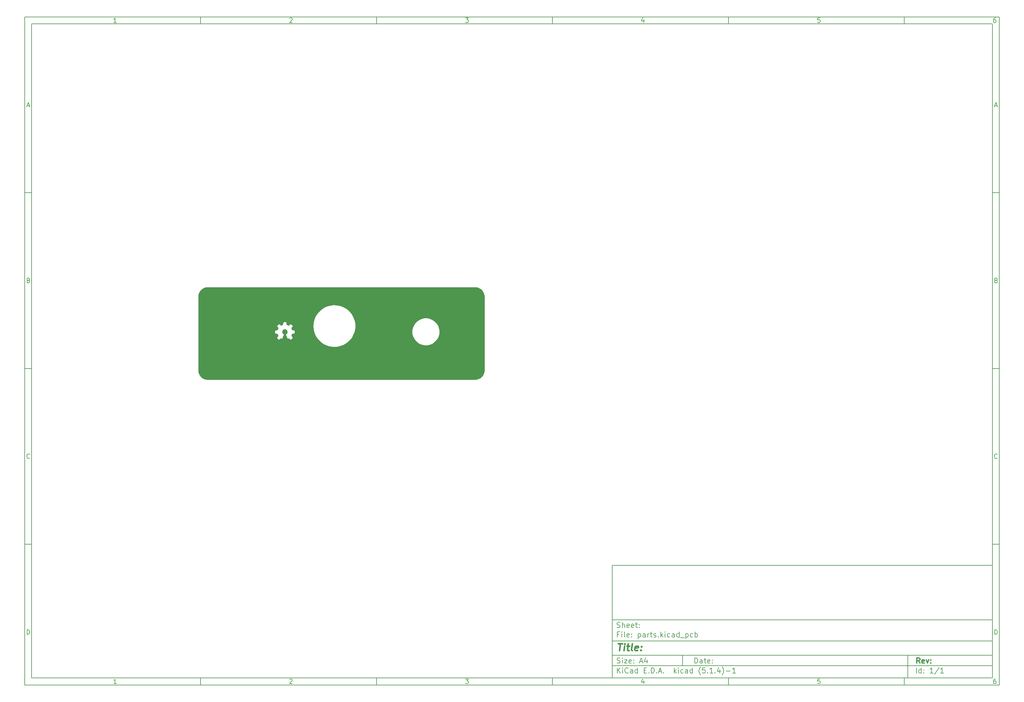
<source format=gbl>
G04 #@! TF.GenerationSoftware,KiCad,Pcbnew,(5.1.4)-1*
G04 #@! TF.CreationDate,2020-02-22T21:07:06+08:00*
G04 #@! TF.ProjectId,parts,70617274-732e-46b6-9963-61645f706362,rev?*
G04 #@! TF.SameCoordinates,Original*
G04 #@! TF.FileFunction,Copper,L2,Bot*
G04 #@! TF.FilePolarity,Positive*
%FSLAX46Y46*%
G04 Gerber Fmt 4.6, Leading zero omitted, Abs format (unit mm)*
G04 Created by KiCad (PCBNEW (5.1.4)-1) date 2020-02-22 21:07:06*
%MOMM*%
%LPD*%
G04 APERTURE LIST*
%ADD10C,0.150000*%
%ADD11C,0.300000*%
%ADD12C,0.400000*%
%ADD13O,2.500000X1.500000*%
%ADD14C,0.600000*%
%ADD15C,4.560000*%
%ADD16C,0.250000*%
%ADD17C,0.800000*%
%ADD18C,0.600000*%
%ADD19C,0.254000*%
G04 APERTURE END LIST*
D10*
X177002200Y-166007200D02*
X177002200Y-198007200D01*
X285002200Y-198007200D01*
X285002200Y-166007200D01*
X177002200Y-166007200D01*
X10000000Y-10000000D02*
X10000000Y-200007200D01*
X287002200Y-200007200D01*
X287002200Y-10000000D01*
X10000000Y-10000000D01*
X12000000Y-12000000D02*
X12000000Y-198007200D01*
X285002200Y-198007200D01*
X285002200Y-12000000D01*
X12000000Y-12000000D01*
X60000000Y-12000000D02*
X60000000Y-10000000D01*
X110000000Y-12000000D02*
X110000000Y-10000000D01*
X160000000Y-12000000D02*
X160000000Y-10000000D01*
X210000000Y-12000000D02*
X210000000Y-10000000D01*
X260000000Y-12000000D02*
X260000000Y-10000000D01*
X36065476Y-11588095D02*
X35322619Y-11588095D01*
X35694047Y-11588095D02*
X35694047Y-10288095D01*
X35570238Y-10473809D01*
X35446428Y-10597619D01*
X35322619Y-10659523D01*
X85322619Y-10411904D02*
X85384523Y-10350000D01*
X85508333Y-10288095D01*
X85817857Y-10288095D01*
X85941666Y-10350000D01*
X86003571Y-10411904D01*
X86065476Y-10535714D01*
X86065476Y-10659523D01*
X86003571Y-10845238D01*
X85260714Y-11588095D01*
X86065476Y-11588095D01*
X135260714Y-10288095D02*
X136065476Y-10288095D01*
X135632142Y-10783333D01*
X135817857Y-10783333D01*
X135941666Y-10845238D01*
X136003571Y-10907142D01*
X136065476Y-11030952D01*
X136065476Y-11340476D01*
X136003571Y-11464285D01*
X135941666Y-11526190D01*
X135817857Y-11588095D01*
X135446428Y-11588095D01*
X135322619Y-11526190D01*
X135260714Y-11464285D01*
X185941666Y-10721428D02*
X185941666Y-11588095D01*
X185632142Y-10226190D02*
X185322619Y-11154761D01*
X186127380Y-11154761D01*
X236003571Y-10288095D02*
X235384523Y-10288095D01*
X235322619Y-10907142D01*
X235384523Y-10845238D01*
X235508333Y-10783333D01*
X235817857Y-10783333D01*
X235941666Y-10845238D01*
X236003571Y-10907142D01*
X236065476Y-11030952D01*
X236065476Y-11340476D01*
X236003571Y-11464285D01*
X235941666Y-11526190D01*
X235817857Y-11588095D01*
X235508333Y-11588095D01*
X235384523Y-11526190D01*
X235322619Y-11464285D01*
X285941666Y-10288095D02*
X285694047Y-10288095D01*
X285570238Y-10350000D01*
X285508333Y-10411904D01*
X285384523Y-10597619D01*
X285322619Y-10845238D01*
X285322619Y-11340476D01*
X285384523Y-11464285D01*
X285446428Y-11526190D01*
X285570238Y-11588095D01*
X285817857Y-11588095D01*
X285941666Y-11526190D01*
X286003571Y-11464285D01*
X286065476Y-11340476D01*
X286065476Y-11030952D01*
X286003571Y-10907142D01*
X285941666Y-10845238D01*
X285817857Y-10783333D01*
X285570238Y-10783333D01*
X285446428Y-10845238D01*
X285384523Y-10907142D01*
X285322619Y-11030952D01*
X60000000Y-198007200D02*
X60000000Y-200007200D01*
X110000000Y-198007200D02*
X110000000Y-200007200D01*
X160000000Y-198007200D02*
X160000000Y-200007200D01*
X210000000Y-198007200D02*
X210000000Y-200007200D01*
X260000000Y-198007200D02*
X260000000Y-200007200D01*
X36065476Y-199595295D02*
X35322619Y-199595295D01*
X35694047Y-199595295D02*
X35694047Y-198295295D01*
X35570238Y-198481009D01*
X35446428Y-198604819D01*
X35322619Y-198666723D01*
X85322619Y-198419104D02*
X85384523Y-198357200D01*
X85508333Y-198295295D01*
X85817857Y-198295295D01*
X85941666Y-198357200D01*
X86003571Y-198419104D01*
X86065476Y-198542914D01*
X86065476Y-198666723D01*
X86003571Y-198852438D01*
X85260714Y-199595295D01*
X86065476Y-199595295D01*
X135260714Y-198295295D02*
X136065476Y-198295295D01*
X135632142Y-198790533D01*
X135817857Y-198790533D01*
X135941666Y-198852438D01*
X136003571Y-198914342D01*
X136065476Y-199038152D01*
X136065476Y-199347676D01*
X136003571Y-199471485D01*
X135941666Y-199533390D01*
X135817857Y-199595295D01*
X135446428Y-199595295D01*
X135322619Y-199533390D01*
X135260714Y-199471485D01*
X185941666Y-198728628D02*
X185941666Y-199595295D01*
X185632142Y-198233390D02*
X185322619Y-199161961D01*
X186127380Y-199161961D01*
X236003571Y-198295295D02*
X235384523Y-198295295D01*
X235322619Y-198914342D01*
X235384523Y-198852438D01*
X235508333Y-198790533D01*
X235817857Y-198790533D01*
X235941666Y-198852438D01*
X236003571Y-198914342D01*
X236065476Y-199038152D01*
X236065476Y-199347676D01*
X236003571Y-199471485D01*
X235941666Y-199533390D01*
X235817857Y-199595295D01*
X235508333Y-199595295D01*
X235384523Y-199533390D01*
X235322619Y-199471485D01*
X285941666Y-198295295D02*
X285694047Y-198295295D01*
X285570238Y-198357200D01*
X285508333Y-198419104D01*
X285384523Y-198604819D01*
X285322619Y-198852438D01*
X285322619Y-199347676D01*
X285384523Y-199471485D01*
X285446428Y-199533390D01*
X285570238Y-199595295D01*
X285817857Y-199595295D01*
X285941666Y-199533390D01*
X286003571Y-199471485D01*
X286065476Y-199347676D01*
X286065476Y-199038152D01*
X286003571Y-198914342D01*
X285941666Y-198852438D01*
X285817857Y-198790533D01*
X285570238Y-198790533D01*
X285446428Y-198852438D01*
X285384523Y-198914342D01*
X285322619Y-199038152D01*
X10000000Y-60000000D02*
X12000000Y-60000000D01*
X10000000Y-110000000D02*
X12000000Y-110000000D01*
X10000000Y-160000000D02*
X12000000Y-160000000D01*
X10690476Y-35216666D02*
X11309523Y-35216666D01*
X10566666Y-35588095D02*
X11000000Y-34288095D01*
X11433333Y-35588095D01*
X11092857Y-84907142D02*
X11278571Y-84969047D01*
X11340476Y-85030952D01*
X11402380Y-85154761D01*
X11402380Y-85340476D01*
X11340476Y-85464285D01*
X11278571Y-85526190D01*
X11154761Y-85588095D01*
X10659523Y-85588095D01*
X10659523Y-84288095D01*
X11092857Y-84288095D01*
X11216666Y-84350000D01*
X11278571Y-84411904D01*
X11340476Y-84535714D01*
X11340476Y-84659523D01*
X11278571Y-84783333D01*
X11216666Y-84845238D01*
X11092857Y-84907142D01*
X10659523Y-84907142D01*
X11402380Y-135464285D02*
X11340476Y-135526190D01*
X11154761Y-135588095D01*
X11030952Y-135588095D01*
X10845238Y-135526190D01*
X10721428Y-135402380D01*
X10659523Y-135278571D01*
X10597619Y-135030952D01*
X10597619Y-134845238D01*
X10659523Y-134597619D01*
X10721428Y-134473809D01*
X10845238Y-134350000D01*
X11030952Y-134288095D01*
X11154761Y-134288095D01*
X11340476Y-134350000D01*
X11402380Y-134411904D01*
X10659523Y-185588095D02*
X10659523Y-184288095D01*
X10969047Y-184288095D01*
X11154761Y-184350000D01*
X11278571Y-184473809D01*
X11340476Y-184597619D01*
X11402380Y-184845238D01*
X11402380Y-185030952D01*
X11340476Y-185278571D01*
X11278571Y-185402380D01*
X11154761Y-185526190D01*
X10969047Y-185588095D01*
X10659523Y-185588095D01*
X287002200Y-60000000D02*
X285002200Y-60000000D01*
X287002200Y-110000000D02*
X285002200Y-110000000D01*
X287002200Y-160000000D02*
X285002200Y-160000000D01*
X285692676Y-35216666D02*
X286311723Y-35216666D01*
X285568866Y-35588095D02*
X286002200Y-34288095D01*
X286435533Y-35588095D01*
X286095057Y-84907142D02*
X286280771Y-84969047D01*
X286342676Y-85030952D01*
X286404580Y-85154761D01*
X286404580Y-85340476D01*
X286342676Y-85464285D01*
X286280771Y-85526190D01*
X286156961Y-85588095D01*
X285661723Y-85588095D01*
X285661723Y-84288095D01*
X286095057Y-84288095D01*
X286218866Y-84350000D01*
X286280771Y-84411904D01*
X286342676Y-84535714D01*
X286342676Y-84659523D01*
X286280771Y-84783333D01*
X286218866Y-84845238D01*
X286095057Y-84907142D01*
X285661723Y-84907142D01*
X286404580Y-135464285D02*
X286342676Y-135526190D01*
X286156961Y-135588095D01*
X286033152Y-135588095D01*
X285847438Y-135526190D01*
X285723628Y-135402380D01*
X285661723Y-135278571D01*
X285599819Y-135030952D01*
X285599819Y-134845238D01*
X285661723Y-134597619D01*
X285723628Y-134473809D01*
X285847438Y-134350000D01*
X286033152Y-134288095D01*
X286156961Y-134288095D01*
X286342676Y-134350000D01*
X286404580Y-134411904D01*
X285661723Y-185588095D02*
X285661723Y-184288095D01*
X285971247Y-184288095D01*
X286156961Y-184350000D01*
X286280771Y-184473809D01*
X286342676Y-184597619D01*
X286404580Y-184845238D01*
X286404580Y-185030952D01*
X286342676Y-185278571D01*
X286280771Y-185402380D01*
X286156961Y-185526190D01*
X285971247Y-185588095D01*
X285661723Y-185588095D01*
X200434342Y-193785771D02*
X200434342Y-192285771D01*
X200791485Y-192285771D01*
X201005771Y-192357200D01*
X201148628Y-192500057D01*
X201220057Y-192642914D01*
X201291485Y-192928628D01*
X201291485Y-193142914D01*
X201220057Y-193428628D01*
X201148628Y-193571485D01*
X201005771Y-193714342D01*
X200791485Y-193785771D01*
X200434342Y-193785771D01*
X202577200Y-193785771D02*
X202577200Y-193000057D01*
X202505771Y-192857200D01*
X202362914Y-192785771D01*
X202077200Y-192785771D01*
X201934342Y-192857200D01*
X202577200Y-193714342D02*
X202434342Y-193785771D01*
X202077200Y-193785771D01*
X201934342Y-193714342D01*
X201862914Y-193571485D01*
X201862914Y-193428628D01*
X201934342Y-193285771D01*
X202077200Y-193214342D01*
X202434342Y-193214342D01*
X202577200Y-193142914D01*
X203077200Y-192785771D02*
X203648628Y-192785771D01*
X203291485Y-192285771D02*
X203291485Y-193571485D01*
X203362914Y-193714342D01*
X203505771Y-193785771D01*
X203648628Y-193785771D01*
X204720057Y-193714342D02*
X204577200Y-193785771D01*
X204291485Y-193785771D01*
X204148628Y-193714342D01*
X204077200Y-193571485D01*
X204077200Y-193000057D01*
X204148628Y-192857200D01*
X204291485Y-192785771D01*
X204577200Y-192785771D01*
X204720057Y-192857200D01*
X204791485Y-193000057D01*
X204791485Y-193142914D01*
X204077200Y-193285771D01*
X205434342Y-193642914D02*
X205505771Y-193714342D01*
X205434342Y-193785771D01*
X205362914Y-193714342D01*
X205434342Y-193642914D01*
X205434342Y-193785771D01*
X205434342Y-192857200D02*
X205505771Y-192928628D01*
X205434342Y-193000057D01*
X205362914Y-192928628D01*
X205434342Y-192857200D01*
X205434342Y-193000057D01*
X177002200Y-194507200D02*
X285002200Y-194507200D01*
X178434342Y-196585771D02*
X178434342Y-195085771D01*
X179291485Y-196585771D02*
X178648628Y-195728628D01*
X179291485Y-195085771D02*
X178434342Y-195942914D01*
X179934342Y-196585771D02*
X179934342Y-195585771D01*
X179934342Y-195085771D02*
X179862914Y-195157200D01*
X179934342Y-195228628D01*
X180005771Y-195157200D01*
X179934342Y-195085771D01*
X179934342Y-195228628D01*
X181505771Y-196442914D02*
X181434342Y-196514342D01*
X181220057Y-196585771D01*
X181077200Y-196585771D01*
X180862914Y-196514342D01*
X180720057Y-196371485D01*
X180648628Y-196228628D01*
X180577200Y-195942914D01*
X180577200Y-195728628D01*
X180648628Y-195442914D01*
X180720057Y-195300057D01*
X180862914Y-195157200D01*
X181077200Y-195085771D01*
X181220057Y-195085771D01*
X181434342Y-195157200D01*
X181505771Y-195228628D01*
X182791485Y-196585771D02*
X182791485Y-195800057D01*
X182720057Y-195657200D01*
X182577200Y-195585771D01*
X182291485Y-195585771D01*
X182148628Y-195657200D01*
X182791485Y-196514342D02*
X182648628Y-196585771D01*
X182291485Y-196585771D01*
X182148628Y-196514342D01*
X182077200Y-196371485D01*
X182077200Y-196228628D01*
X182148628Y-196085771D01*
X182291485Y-196014342D01*
X182648628Y-196014342D01*
X182791485Y-195942914D01*
X184148628Y-196585771D02*
X184148628Y-195085771D01*
X184148628Y-196514342D02*
X184005771Y-196585771D01*
X183720057Y-196585771D01*
X183577200Y-196514342D01*
X183505771Y-196442914D01*
X183434342Y-196300057D01*
X183434342Y-195871485D01*
X183505771Y-195728628D01*
X183577200Y-195657200D01*
X183720057Y-195585771D01*
X184005771Y-195585771D01*
X184148628Y-195657200D01*
X186005771Y-195800057D02*
X186505771Y-195800057D01*
X186720057Y-196585771D02*
X186005771Y-196585771D01*
X186005771Y-195085771D01*
X186720057Y-195085771D01*
X187362914Y-196442914D02*
X187434342Y-196514342D01*
X187362914Y-196585771D01*
X187291485Y-196514342D01*
X187362914Y-196442914D01*
X187362914Y-196585771D01*
X188077200Y-196585771D02*
X188077200Y-195085771D01*
X188434342Y-195085771D01*
X188648628Y-195157200D01*
X188791485Y-195300057D01*
X188862914Y-195442914D01*
X188934342Y-195728628D01*
X188934342Y-195942914D01*
X188862914Y-196228628D01*
X188791485Y-196371485D01*
X188648628Y-196514342D01*
X188434342Y-196585771D01*
X188077200Y-196585771D01*
X189577200Y-196442914D02*
X189648628Y-196514342D01*
X189577200Y-196585771D01*
X189505771Y-196514342D01*
X189577200Y-196442914D01*
X189577200Y-196585771D01*
X190220057Y-196157200D02*
X190934342Y-196157200D01*
X190077200Y-196585771D02*
X190577200Y-195085771D01*
X191077200Y-196585771D01*
X191577200Y-196442914D02*
X191648628Y-196514342D01*
X191577200Y-196585771D01*
X191505771Y-196514342D01*
X191577200Y-196442914D01*
X191577200Y-196585771D01*
X194577200Y-196585771D02*
X194577200Y-195085771D01*
X194720057Y-196014342D02*
X195148628Y-196585771D01*
X195148628Y-195585771D02*
X194577200Y-196157200D01*
X195791485Y-196585771D02*
X195791485Y-195585771D01*
X195791485Y-195085771D02*
X195720057Y-195157200D01*
X195791485Y-195228628D01*
X195862914Y-195157200D01*
X195791485Y-195085771D01*
X195791485Y-195228628D01*
X197148628Y-196514342D02*
X197005771Y-196585771D01*
X196720057Y-196585771D01*
X196577200Y-196514342D01*
X196505771Y-196442914D01*
X196434342Y-196300057D01*
X196434342Y-195871485D01*
X196505771Y-195728628D01*
X196577200Y-195657200D01*
X196720057Y-195585771D01*
X197005771Y-195585771D01*
X197148628Y-195657200D01*
X198434342Y-196585771D02*
X198434342Y-195800057D01*
X198362914Y-195657200D01*
X198220057Y-195585771D01*
X197934342Y-195585771D01*
X197791485Y-195657200D01*
X198434342Y-196514342D02*
X198291485Y-196585771D01*
X197934342Y-196585771D01*
X197791485Y-196514342D01*
X197720057Y-196371485D01*
X197720057Y-196228628D01*
X197791485Y-196085771D01*
X197934342Y-196014342D01*
X198291485Y-196014342D01*
X198434342Y-195942914D01*
X199791485Y-196585771D02*
X199791485Y-195085771D01*
X199791485Y-196514342D02*
X199648628Y-196585771D01*
X199362914Y-196585771D01*
X199220057Y-196514342D01*
X199148628Y-196442914D01*
X199077200Y-196300057D01*
X199077200Y-195871485D01*
X199148628Y-195728628D01*
X199220057Y-195657200D01*
X199362914Y-195585771D01*
X199648628Y-195585771D01*
X199791485Y-195657200D01*
X202077200Y-197157200D02*
X202005771Y-197085771D01*
X201862914Y-196871485D01*
X201791485Y-196728628D01*
X201720057Y-196514342D01*
X201648628Y-196157200D01*
X201648628Y-195871485D01*
X201720057Y-195514342D01*
X201791485Y-195300057D01*
X201862914Y-195157200D01*
X202005771Y-194942914D01*
X202077200Y-194871485D01*
X203362914Y-195085771D02*
X202648628Y-195085771D01*
X202577200Y-195800057D01*
X202648628Y-195728628D01*
X202791485Y-195657200D01*
X203148628Y-195657200D01*
X203291485Y-195728628D01*
X203362914Y-195800057D01*
X203434342Y-195942914D01*
X203434342Y-196300057D01*
X203362914Y-196442914D01*
X203291485Y-196514342D01*
X203148628Y-196585771D01*
X202791485Y-196585771D01*
X202648628Y-196514342D01*
X202577200Y-196442914D01*
X204077200Y-196442914D02*
X204148628Y-196514342D01*
X204077200Y-196585771D01*
X204005771Y-196514342D01*
X204077200Y-196442914D01*
X204077200Y-196585771D01*
X205577200Y-196585771D02*
X204720057Y-196585771D01*
X205148628Y-196585771D02*
X205148628Y-195085771D01*
X205005771Y-195300057D01*
X204862914Y-195442914D01*
X204720057Y-195514342D01*
X206220057Y-196442914D02*
X206291485Y-196514342D01*
X206220057Y-196585771D01*
X206148628Y-196514342D01*
X206220057Y-196442914D01*
X206220057Y-196585771D01*
X207577200Y-195585771D02*
X207577200Y-196585771D01*
X207220057Y-195014342D02*
X206862914Y-196085771D01*
X207791485Y-196085771D01*
X208220057Y-197157200D02*
X208291485Y-197085771D01*
X208434342Y-196871485D01*
X208505771Y-196728628D01*
X208577200Y-196514342D01*
X208648628Y-196157200D01*
X208648628Y-195871485D01*
X208577200Y-195514342D01*
X208505771Y-195300057D01*
X208434342Y-195157200D01*
X208291485Y-194942914D01*
X208220057Y-194871485D01*
X209362914Y-196014342D02*
X210505771Y-196014342D01*
X212005771Y-196585771D02*
X211148628Y-196585771D01*
X211577200Y-196585771D02*
X211577200Y-195085771D01*
X211434342Y-195300057D01*
X211291485Y-195442914D01*
X211148628Y-195514342D01*
X177002200Y-191507200D02*
X285002200Y-191507200D01*
D11*
X264411485Y-193785771D02*
X263911485Y-193071485D01*
X263554342Y-193785771D02*
X263554342Y-192285771D01*
X264125771Y-192285771D01*
X264268628Y-192357200D01*
X264340057Y-192428628D01*
X264411485Y-192571485D01*
X264411485Y-192785771D01*
X264340057Y-192928628D01*
X264268628Y-193000057D01*
X264125771Y-193071485D01*
X263554342Y-193071485D01*
X265625771Y-193714342D02*
X265482914Y-193785771D01*
X265197200Y-193785771D01*
X265054342Y-193714342D01*
X264982914Y-193571485D01*
X264982914Y-193000057D01*
X265054342Y-192857200D01*
X265197200Y-192785771D01*
X265482914Y-192785771D01*
X265625771Y-192857200D01*
X265697200Y-193000057D01*
X265697200Y-193142914D01*
X264982914Y-193285771D01*
X266197200Y-192785771D02*
X266554342Y-193785771D01*
X266911485Y-192785771D01*
X267482914Y-193642914D02*
X267554342Y-193714342D01*
X267482914Y-193785771D01*
X267411485Y-193714342D01*
X267482914Y-193642914D01*
X267482914Y-193785771D01*
X267482914Y-192857200D02*
X267554342Y-192928628D01*
X267482914Y-193000057D01*
X267411485Y-192928628D01*
X267482914Y-192857200D01*
X267482914Y-193000057D01*
D10*
X178362914Y-193714342D02*
X178577200Y-193785771D01*
X178934342Y-193785771D01*
X179077200Y-193714342D01*
X179148628Y-193642914D01*
X179220057Y-193500057D01*
X179220057Y-193357200D01*
X179148628Y-193214342D01*
X179077200Y-193142914D01*
X178934342Y-193071485D01*
X178648628Y-193000057D01*
X178505771Y-192928628D01*
X178434342Y-192857200D01*
X178362914Y-192714342D01*
X178362914Y-192571485D01*
X178434342Y-192428628D01*
X178505771Y-192357200D01*
X178648628Y-192285771D01*
X179005771Y-192285771D01*
X179220057Y-192357200D01*
X179862914Y-193785771D02*
X179862914Y-192785771D01*
X179862914Y-192285771D02*
X179791485Y-192357200D01*
X179862914Y-192428628D01*
X179934342Y-192357200D01*
X179862914Y-192285771D01*
X179862914Y-192428628D01*
X180434342Y-192785771D02*
X181220057Y-192785771D01*
X180434342Y-193785771D01*
X181220057Y-193785771D01*
X182362914Y-193714342D02*
X182220057Y-193785771D01*
X181934342Y-193785771D01*
X181791485Y-193714342D01*
X181720057Y-193571485D01*
X181720057Y-193000057D01*
X181791485Y-192857200D01*
X181934342Y-192785771D01*
X182220057Y-192785771D01*
X182362914Y-192857200D01*
X182434342Y-193000057D01*
X182434342Y-193142914D01*
X181720057Y-193285771D01*
X183077200Y-193642914D02*
X183148628Y-193714342D01*
X183077200Y-193785771D01*
X183005771Y-193714342D01*
X183077200Y-193642914D01*
X183077200Y-193785771D01*
X183077200Y-192857200D02*
X183148628Y-192928628D01*
X183077200Y-193000057D01*
X183005771Y-192928628D01*
X183077200Y-192857200D01*
X183077200Y-193000057D01*
X184862914Y-193357200D02*
X185577200Y-193357200D01*
X184720057Y-193785771D02*
X185220057Y-192285771D01*
X185720057Y-193785771D01*
X186862914Y-192785771D02*
X186862914Y-193785771D01*
X186505771Y-192214342D02*
X186148628Y-193285771D01*
X187077200Y-193285771D01*
X263434342Y-196585771D02*
X263434342Y-195085771D01*
X264791485Y-196585771D02*
X264791485Y-195085771D01*
X264791485Y-196514342D02*
X264648628Y-196585771D01*
X264362914Y-196585771D01*
X264220057Y-196514342D01*
X264148628Y-196442914D01*
X264077200Y-196300057D01*
X264077200Y-195871485D01*
X264148628Y-195728628D01*
X264220057Y-195657200D01*
X264362914Y-195585771D01*
X264648628Y-195585771D01*
X264791485Y-195657200D01*
X265505771Y-196442914D02*
X265577200Y-196514342D01*
X265505771Y-196585771D01*
X265434342Y-196514342D01*
X265505771Y-196442914D01*
X265505771Y-196585771D01*
X265505771Y-195657200D02*
X265577200Y-195728628D01*
X265505771Y-195800057D01*
X265434342Y-195728628D01*
X265505771Y-195657200D01*
X265505771Y-195800057D01*
X268148628Y-196585771D02*
X267291485Y-196585771D01*
X267720057Y-196585771D02*
X267720057Y-195085771D01*
X267577200Y-195300057D01*
X267434342Y-195442914D01*
X267291485Y-195514342D01*
X269862914Y-195014342D02*
X268577200Y-196942914D01*
X271148628Y-196585771D02*
X270291485Y-196585771D01*
X270720057Y-196585771D02*
X270720057Y-195085771D01*
X270577200Y-195300057D01*
X270434342Y-195442914D01*
X270291485Y-195514342D01*
X177002200Y-187507200D02*
X285002200Y-187507200D01*
D12*
X178714580Y-188211961D02*
X179857438Y-188211961D01*
X179036009Y-190211961D02*
X179286009Y-188211961D01*
X180274104Y-190211961D02*
X180440771Y-188878628D01*
X180524104Y-188211961D02*
X180416961Y-188307200D01*
X180500295Y-188402438D01*
X180607438Y-188307200D01*
X180524104Y-188211961D01*
X180500295Y-188402438D01*
X181107438Y-188878628D02*
X181869342Y-188878628D01*
X181476485Y-188211961D02*
X181262200Y-189926247D01*
X181333628Y-190116723D01*
X181512200Y-190211961D01*
X181702676Y-190211961D01*
X182655057Y-190211961D02*
X182476485Y-190116723D01*
X182405057Y-189926247D01*
X182619342Y-188211961D01*
X184190771Y-190116723D02*
X183988390Y-190211961D01*
X183607438Y-190211961D01*
X183428866Y-190116723D01*
X183357438Y-189926247D01*
X183452676Y-189164342D01*
X183571723Y-188973866D01*
X183774104Y-188878628D01*
X184155057Y-188878628D01*
X184333628Y-188973866D01*
X184405057Y-189164342D01*
X184381247Y-189354819D01*
X183405057Y-189545295D01*
X185155057Y-190021485D02*
X185238390Y-190116723D01*
X185131247Y-190211961D01*
X185047914Y-190116723D01*
X185155057Y-190021485D01*
X185131247Y-190211961D01*
X185286009Y-188973866D02*
X185369342Y-189069104D01*
X185262200Y-189164342D01*
X185178866Y-189069104D01*
X185286009Y-188973866D01*
X185262200Y-189164342D01*
D10*
X178934342Y-185600057D02*
X178434342Y-185600057D01*
X178434342Y-186385771D02*
X178434342Y-184885771D01*
X179148628Y-184885771D01*
X179720057Y-186385771D02*
X179720057Y-185385771D01*
X179720057Y-184885771D02*
X179648628Y-184957200D01*
X179720057Y-185028628D01*
X179791485Y-184957200D01*
X179720057Y-184885771D01*
X179720057Y-185028628D01*
X180648628Y-186385771D02*
X180505771Y-186314342D01*
X180434342Y-186171485D01*
X180434342Y-184885771D01*
X181791485Y-186314342D02*
X181648628Y-186385771D01*
X181362914Y-186385771D01*
X181220057Y-186314342D01*
X181148628Y-186171485D01*
X181148628Y-185600057D01*
X181220057Y-185457200D01*
X181362914Y-185385771D01*
X181648628Y-185385771D01*
X181791485Y-185457200D01*
X181862914Y-185600057D01*
X181862914Y-185742914D01*
X181148628Y-185885771D01*
X182505771Y-186242914D02*
X182577200Y-186314342D01*
X182505771Y-186385771D01*
X182434342Y-186314342D01*
X182505771Y-186242914D01*
X182505771Y-186385771D01*
X182505771Y-185457200D02*
X182577200Y-185528628D01*
X182505771Y-185600057D01*
X182434342Y-185528628D01*
X182505771Y-185457200D01*
X182505771Y-185600057D01*
X184362914Y-185385771D02*
X184362914Y-186885771D01*
X184362914Y-185457200D02*
X184505771Y-185385771D01*
X184791485Y-185385771D01*
X184934342Y-185457200D01*
X185005771Y-185528628D01*
X185077200Y-185671485D01*
X185077200Y-186100057D01*
X185005771Y-186242914D01*
X184934342Y-186314342D01*
X184791485Y-186385771D01*
X184505771Y-186385771D01*
X184362914Y-186314342D01*
X186362914Y-186385771D02*
X186362914Y-185600057D01*
X186291485Y-185457200D01*
X186148628Y-185385771D01*
X185862914Y-185385771D01*
X185720057Y-185457200D01*
X186362914Y-186314342D02*
X186220057Y-186385771D01*
X185862914Y-186385771D01*
X185720057Y-186314342D01*
X185648628Y-186171485D01*
X185648628Y-186028628D01*
X185720057Y-185885771D01*
X185862914Y-185814342D01*
X186220057Y-185814342D01*
X186362914Y-185742914D01*
X187077200Y-186385771D02*
X187077200Y-185385771D01*
X187077200Y-185671485D02*
X187148628Y-185528628D01*
X187220057Y-185457200D01*
X187362914Y-185385771D01*
X187505771Y-185385771D01*
X187791485Y-185385771D02*
X188362914Y-185385771D01*
X188005771Y-184885771D02*
X188005771Y-186171485D01*
X188077200Y-186314342D01*
X188220057Y-186385771D01*
X188362914Y-186385771D01*
X188791485Y-186314342D02*
X188934342Y-186385771D01*
X189220057Y-186385771D01*
X189362914Y-186314342D01*
X189434342Y-186171485D01*
X189434342Y-186100057D01*
X189362914Y-185957200D01*
X189220057Y-185885771D01*
X189005771Y-185885771D01*
X188862914Y-185814342D01*
X188791485Y-185671485D01*
X188791485Y-185600057D01*
X188862914Y-185457200D01*
X189005771Y-185385771D01*
X189220057Y-185385771D01*
X189362914Y-185457200D01*
X190077200Y-186242914D02*
X190148628Y-186314342D01*
X190077200Y-186385771D01*
X190005771Y-186314342D01*
X190077200Y-186242914D01*
X190077200Y-186385771D01*
X190791485Y-186385771D02*
X190791485Y-184885771D01*
X190934342Y-185814342D02*
X191362914Y-186385771D01*
X191362914Y-185385771D02*
X190791485Y-185957200D01*
X192005771Y-186385771D02*
X192005771Y-185385771D01*
X192005771Y-184885771D02*
X191934342Y-184957200D01*
X192005771Y-185028628D01*
X192077200Y-184957200D01*
X192005771Y-184885771D01*
X192005771Y-185028628D01*
X193362914Y-186314342D02*
X193220057Y-186385771D01*
X192934342Y-186385771D01*
X192791485Y-186314342D01*
X192720057Y-186242914D01*
X192648628Y-186100057D01*
X192648628Y-185671485D01*
X192720057Y-185528628D01*
X192791485Y-185457200D01*
X192934342Y-185385771D01*
X193220057Y-185385771D01*
X193362914Y-185457200D01*
X194648628Y-186385771D02*
X194648628Y-185600057D01*
X194577200Y-185457200D01*
X194434342Y-185385771D01*
X194148628Y-185385771D01*
X194005771Y-185457200D01*
X194648628Y-186314342D02*
X194505771Y-186385771D01*
X194148628Y-186385771D01*
X194005771Y-186314342D01*
X193934342Y-186171485D01*
X193934342Y-186028628D01*
X194005771Y-185885771D01*
X194148628Y-185814342D01*
X194505771Y-185814342D01*
X194648628Y-185742914D01*
X196005771Y-186385771D02*
X196005771Y-184885771D01*
X196005771Y-186314342D02*
X195862914Y-186385771D01*
X195577200Y-186385771D01*
X195434342Y-186314342D01*
X195362914Y-186242914D01*
X195291485Y-186100057D01*
X195291485Y-185671485D01*
X195362914Y-185528628D01*
X195434342Y-185457200D01*
X195577200Y-185385771D01*
X195862914Y-185385771D01*
X196005771Y-185457200D01*
X196362914Y-186528628D02*
X197505771Y-186528628D01*
X197862914Y-185385771D02*
X197862914Y-186885771D01*
X197862914Y-185457200D02*
X198005771Y-185385771D01*
X198291485Y-185385771D01*
X198434342Y-185457200D01*
X198505771Y-185528628D01*
X198577200Y-185671485D01*
X198577200Y-186100057D01*
X198505771Y-186242914D01*
X198434342Y-186314342D01*
X198291485Y-186385771D01*
X198005771Y-186385771D01*
X197862914Y-186314342D01*
X199862914Y-186314342D02*
X199720057Y-186385771D01*
X199434342Y-186385771D01*
X199291485Y-186314342D01*
X199220057Y-186242914D01*
X199148628Y-186100057D01*
X199148628Y-185671485D01*
X199220057Y-185528628D01*
X199291485Y-185457200D01*
X199434342Y-185385771D01*
X199720057Y-185385771D01*
X199862914Y-185457200D01*
X200505771Y-186385771D02*
X200505771Y-184885771D01*
X200505771Y-185457200D02*
X200648628Y-185385771D01*
X200934342Y-185385771D01*
X201077200Y-185457200D01*
X201148628Y-185528628D01*
X201220057Y-185671485D01*
X201220057Y-186100057D01*
X201148628Y-186242914D01*
X201077200Y-186314342D01*
X200934342Y-186385771D01*
X200648628Y-186385771D01*
X200505771Y-186314342D01*
X177002200Y-181507200D02*
X285002200Y-181507200D01*
X178362914Y-183614342D02*
X178577200Y-183685771D01*
X178934342Y-183685771D01*
X179077200Y-183614342D01*
X179148628Y-183542914D01*
X179220057Y-183400057D01*
X179220057Y-183257200D01*
X179148628Y-183114342D01*
X179077200Y-183042914D01*
X178934342Y-182971485D01*
X178648628Y-182900057D01*
X178505771Y-182828628D01*
X178434342Y-182757200D01*
X178362914Y-182614342D01*
X178362914Y-182471485D01*
X178434342Y-182328628D01*
X178505771Y-182257200D01*
X178648628Y-182185771D01*
X179005771Y-182185771D01*
X179220057Y-182257200D01*
X179862914Y-183685771D02*
X179862914Y-182185771D01*
X180505771Y-183685771D02*
X180505771Y-182900057D01*
X180434342Y-182757200D01*
X180291485Y-182685771D01*
X180077200Y-182685771D01*
X179934342Y-182757200D01*
X179862914Y-182828628D01*
X181791485Y-183614342D02*
X181648628Y-183685771D01*
X181362914Y-183685771D01*
X181220057Y-183614342D01*
X181148628Y-183471485D01*
X181148628Y-182900057D01*
X181220057Y-182757200D01*
X181362914Y-182685771D01*
X181648628Y-182685771D01*
X181791485Y-182757200D01*
X181862914Y-182900057D01*
X181862914Y-183042914D01*
X181148628Y-183185771D01*
X183077200Y-183614342D02*
X182934342Y-183685771D01*
X182648628Y-183685771D01*
X182505771Y-183614342D01*
X182434342Y-183471485D01*
X182434342Y-182900057D01*
X182505771Y-182757200D01*
X182648628Y-182685771D01*
X182934342Y-182685771D01*
X183077200Y-182757200D01*
X183148628Y-182900057D01*
X183148628Y-183042914D01*
X182434342Y-183185771D01*
X183577200Y-182685771D02*
X184148628Y-182685771D01*
X183791485Y-182185771D02*
X183791485Y-183471485D01*
X183862914Y-183614342D01*
X184005771Y-183685771D01*
X184148628Y-183685771D01*
X184648628Y-183542914D02*
X184720057Y-183614342D01*
X184648628Y-183685771D01*
X184577200Y-183614342D01*
X184648628Y-183542914D01*
X184648628Y-183685771D01*
X184648628Y-182757200D02*
X184720057Y-182828628D01*
X184648628Y-182900057D01*
X184577200Y-182828628D01*
X184648628Y-182757200D01*
X184648628Y-182900057D01*
X197002200Y-191507200D02*
X197002200Y-194507200D01*
X261002200Y-191507200D02*
X261002200Y-198007200D01*
D13*
X124000000Y-105525000D03*
D14*
X138260000Y-108740000D03*
X138780000Y-110000000D03*
D15*
X137000000Y-110000000D03*
D14*
X138260000Y-111260000D03*
X137000000Y-111780000D03*
X135220000Y-110000000D03*
X135740000Y-111260000D03*
X137000000Y-108220000D03*
X135740000Y-108740000D03*
X138260000Y-88740000D03*
X138780000Y-90000000D03*
D15*
X137000000Y-90000000D03*
D14*
X138260000Y-91260000D03*
X137000000Y-91780000D03*
X135220000Y-90000000D03*
X135740000Y-91260000D03*
X137000000Y-88220000D03*
X135740000Y-88740000D03*
X64260000Y-88740000D03*
X64780000Y-90000000D03*
D15*
X63000000Y-90000000D03*
D14*
X64260000Y-91260000D03*
X63000000Y-91780000D03*
X61220000Y-90000000D03*
X61740000Y-91260000D03*
X63000000Y-88220000D03*
X61740000Y-88740000D03*
X64260000Y-108740000D03*
X64780000Y-110000000D03*
D15*
X63000000Y-110000000D03*
D14*
X64260000Y-111260000D03*
X63000000Y-111780000D03*
X61220000Y-110000000D03*
X61740000Y-111260000D03*
X63000000Y-108220000D03*
X61740000Y-108740000D03*
D16*
X73657460Y-97002600D02*
X72989440Y-97002600D01*
X72989440Y-97002600D02*
X73177400Y-97190560D01*
X73177400Y-97190560D02*
X73177400Y-97205800D01*
X73177400Y-97205800D02*
X73177400Y-97190560D01*
X73432670Y-97483930D02*
X73432670Y-97445830D01*
X73432670Y-97445830D02*
X73177400Y-97190560D01*
X73177400Y-97190560D02*
X72941180Y-96954340D01*
X72958960Y-96276160D02*
X72958960Y-96319340D01*
X73657460Y-97259140D02*
X73657460Y-97002600D01*
X72872600Y-96474280D02*
X73657460Y-97259140D01*
X72872600Y-96405700D02*
X72872600Y-96474280D01*
X72958960Y-96319340D02*
X72872600Y-96405700D01*
D17*
X74615040Y-98800920D02*
X74965560Y-98800920D01*
X74965560Y-98800920D02*
X75813920Y-99649280D01*
X75813920Y-99649280D02*
X75813920Y-100909120D01*
X73914000Y-97002600D02*
X73657460Y-97002600D01*
X73657460Y-97002600D02*
X74188320Y-97002600D01*
X74188320Y-97002600D02*
X74477880Y-96713040D01*
X74477880Y-96713040D02*
X77434440Y-96713040D01*
X77434440Y-96713040D02*
X78806040Y-98084640D01*
X78806040Y-98084640D02*
X78806040Y-100660200D01*
X78806040Y-100660200D02*
X77317600Y-102148640D01*
X77317600Y-102148640D02*
X74879200Y-102148640D01*
X74879200Y-102148640D02*
X73334880Y-100604320D01*
X73334880Y-100604320D02*
X73334880Y-98267520D01*
X73334880Y-98267520D02*
X74391520Y-97210880D01*
X74391520Y-97210880D02*
X77297280Y-97210880D01*
X77297280Y-97210880D02*
X78414880Y-98328480D01*
X78414880Y-98328480D02*
X78414880Y-100340160D01*
X78414880Y-100340160D02*
X77053440Y-101701600D01*
X77053440Y-101701600D02*
X75041760Y-101701600D01*
X75041760Y-101701600D02*
X73924160Y-100584000D01*
X73924160Y-100584000D02*
X73924160Y-98308160D01*
X73924160Y-98308160D02*
X74452480Y-97779840D01*
X74452480Y-97779840D02*
X77094080Y-97779840D01*
X77094080Y-97779840D02*
X77784960Y-98470720D01*
X77784960Y-98470720D02*
X77784960Y-100279200D01*
X77784960Y-100279200D02*
X76626720Y-101437440D01*
X76626720Y-101437440D02*
X75529440Y-101437440D01*
X75529440Y-101437440D02*
X74615040Y-100523040D01*
X74615040Y-100523040D02*
X74615040Y-98800920D01*
X74615040Y-98800920D02*
X74615040Y-98592640D01*
X74615040Y-98592640D02*
X74858880Y-98348800D01*
X74858880Y-98348800D02*
X76890880Y-98348800D01*
X76890880Y-98348800D02*
X77297280Y-98755200D01*
X77297280Y-98755200D02*
X77297280Y-100076000D01*
X77297280Y-100076000D02*
X76464160Y-100909120D01*
X76464160Y-100909120D02*
X75813920Y-100909120D01*
X75813920Y-100909120D02*
X75184000Y-100279200D01*
X75184000Y-100279200D02*
X75184000Y-99120960D01*
X75184000Y-99120960D02*
X75427840Y-98877120D01*
X75427840Y-98877120D02*
X76423520Y-98877120D01*
X76423520Y-98877120D02*
X76728320Y-99181920D01*
X76728320Y-99181920D02*
X76728320Y-99730560D01*
X76728320Y-99730560D02*
X76362560Y-100096320D01*
X76362560Y-100096320D02*
X76260960Y-100096320D01*
X76260960Y-100096320D02*
X75996800Y-99832160D01*
X75996800Y-99832160D02*
X75996800Y-99202240D01*
X70370700Y-95288100D02*
X72999600Y-95288100D01*
X72999600Y-95288100D02*
X73799700Y-96088200D01*
X73799700Y-96088200D02*
X77381100Y-96088200D01*
X77381100Y-96088200D02*
X79270860Y-97977960D01*
X79270860Y-97977960D02*
X79270860Y-100904040D01*
X79270860Y-100904040D02*
X77533500Y-102641400D01*
X77533500Y-102641400D02*
X74714100Y-102641400D01*
X74714100Y-102641400D02*
X72847200Y-100774500D01*
X72847200Y-100774500D02*
X72847200Y-98069400D01*
X72847200Y-98069400D02*
X73432670Y-97483930D01*
X73432670Y-97483930D02*
X73914000Y-97002600D01*
X73914000Y-97002600D02*
X73914000Y-96321880D01*
X73914000Y-96321880D02*
X73814940Y-96222820D01*
D18*
X72176640Y-99176840D02*
X72176640Y-99720400D01*
X72671940Y-101048820D02*
X72671940Y-102336600D01*
X72400160Y-100777040D02*
X72671940Y-101048820D01*
X72400160Y-100446840D02*
X72400160Y-100777040D01*
X72263000Y-100309680D02*
X72400160Y-100446840D01*
X72263000Y-99806760D02*
X72263000Y-100309680D01*
X72176640Y-99720400D02*
X72263000Y-99806760D01*
X73267570Y-96589850D02*
X73267570Y-96627950D01*
X72163940Y-99743260D02*
X72163940Y-100426520D01*
X72176640Y-99730560D02*
X72163940Y-99743260D01*
X72176640Y-99113340D02*
X72176640Y-99176840D01*
X72176640Y-99176840D02*
X72176640Y-99730560D01*
X72245220Y-99044760D02*
X72176640Y-99113340D01*
X72245220Y-98310700D02*
X72245220Y-99044760D01*
X72450960Y-98104960D02*
X72245220Y-98310700D01*
X72450960Y-97698560D02*
X72450960Y-98104960D01*
X72704960Y-97444560D02*
X72450960Y-97698560D01*
X72704960Y-97190560D02*
X72704960Y-97444560D01*
X73267570Y-96627950D02*
X72941180Y-96954340D01*
X72941180Y-96954340D02*
X72704960Y-97190560D01*
X72872600Y-96840040D02*
X72872600Y-97073720D01*
X72872600Y-97073720D02*
X72557640Y-97388680D01*
X72044560Y-100426520D02*
X72163940Y-100426520D01*
X72044560Y-100426520D02*
X72024240Y-100406200D01*
X72541130Y-100803710D02*
X72541130Y-101113590D01*
X72163940Y-100426520D02*
X72541130Y-100803710D01*
X73065640Y-101655880D02*
X73065640Y-101638100D01*
X73065640Y-101638100D02*
X72541130Y-101113590D01*
X72541130Y-101113590D02*
X72161400Y-100733860D01*
X73065640Y-101732080D02*
X73065640Y-101655880D01*
X73487280Y-102153720D02*
X73065640Y-101732080D01*
X73902570Y-102408990D02*
X73762870Y-102408990D01*
X73762870Y-102408990D02*
X73507600Y-102153720D01*
X73507600Y-102153720D02*
X73487280Y-102153720D01*
X73065640Y-101655880D02*
X72595740Y-101185980D01*
X74399140Y-102809040D02*
X74302620Y-102809040D01*
X74302620Y-102809040D02*
X73902570Y-102408990D01*
X73902570Y-102408990D02*
X73896220Y-102402640D01*
X74734420Y-102809040D02*
X74399140Y-102809040D01*
X74399140Y-102809040D02*
X74201020Y-102610920D01*
X74637900Y-102809040D02*
X74734420Y-102809040D01*
X74904600Y-103075740D02*
X74637900Y-102809040D01*
X74734420Y-102809040D02*
X74952860Y-103027480D01*
X76489560Y-103027480D02*
X74952860Y-103027480D01*
X75529440Y-103075740D02*
X74904600Y-103075740D01*
X75839320Y-103586280D02*
X75839320Y-103172260D01*
X75742800Y-103075740D02*
X75529440Y-103075740D01*
X75529440Y-103075740D02*
X75247500Y-103075740D01*
X75839320Y-103172260D02*
X75742800Y-103075740D01*
X75839320Y-103845360D02*
X75839320Y-103586280D01*
X75839320Y-103586280D02*
X75839320Y-103324660D01*
X76106020Y-103057960D02*
X76106020Y-103411020D01*
X75839320Y-103324660D02*
X76106020Y-103057960D01*
X75839320Y-103997760D02*
X75839320Y-103845360D01*
X76489560Y-103027480D02*
X76489560Y-103347520D01*
X76106020Y-103411020D02*
X76489560Y-103027480D01*
X77345540Y-102892860D02*
X76944220Y-102892860D01*
X76944220Y-102892860D02*
X76489560Y-103347520D01*
X75839320Y-103997760D02*
X75834240Y-104002840D01*
X77129640Y-102892860D02*
X76984860Y-102892860D01*
X76984860Y-102892860D02*
X76382880Y-103494840D01*
X77345540Y-102892860D02*
X77129640Y-102892860D01*
X77129640Y-102892860D02*
X77050900Y-102892860D01*
X77050900Y-102892860D02*
X76708000Y-103235760D01*
X77659230Y-102673150D02*
X77565250Y-102673150D01*
X77565250Y-102673150D02*
X77345540Y-102892860D01*
X77345540Y-102892860D02*
X77068680Y-103169720D01*
X77890370Y-102673150D02*
X77659230Y-102673150D01*
X77659230Y-102673150D02*
X77426820Y-102905560D01*
X78257400Y-102372160D02*
X78191360Y-102372160D01*
X78803500Y-101826060D02*
X78257400Y-102372160D01*
X78849220Y-101826060D02*
X78803500Y-101826060D01*
X78191360Y-102372160D02*
X77890370Y-102673150D01*
X77890370Y-102673150D02*
X77884020Y-102679500D01*
X79270860Y-101302820D02*
X79270860Y-101404420D01*
X79270860Y-101404420D02*
X78849220Y-101826060D01*
X78849220Y-101826060D02*
X78694280Y-101981000D01*
X79270860Y-101099620D02*
X79270860Y-101302820D01*
X79547720Y-100822760D02*
X79270860Y-101099620D01*
X79547720Y-100642420D02*
X79547720Y-100822760D01*
X79270860Y-101302820D02*
X79054960Y-101518720D01*
X79547720Y-100457000D02*
X79547720Y-100642420D01*
X79547720Y-100642420D02*
X79547720Y-100799900D01*
X79547720Y-100799900D02*
X79629000Y-100881180D01*
X79766160Y-99517200D02*
X79766160Y-100238560D01*
X79766160Y-100238560D02*
X79547720Y-100457000D01*
X79547720Y-100457000D02*
X79542640Y-100462080D01*
X79766160Y-99255580D02*
X79766160Y-99517200D01*
X79766160Y-99517200D02*
X79766160Y-100167440D01*
X79766160Y-100167440D02*
X79816960Y-100218240D01*
X79766160Y-99004120D02*
X79766160Y-99255580D01*
X79446120Y-97612200D02*
X79766160Y-97932240D01*
X79766160Y-97932240D02*
X79766160Y-99004120D01*
X79364840Y-97612200D02*
X79446120Y-97612200D01*
X79766160Y-99255580D02*
X79994760Y-99484180D01*
X79611220Y-97858580D02*
X79611220Y-98249740D01*
X79611220Y-98249740D02*
X79852520Y-98491040D01*
X79364840Y-97612200D02*
X79364840Y-97612200D01*
X79364840Y-97612200D02*
X79611220Y-97858580D01*
X79611220Y-97858580D02*
X79852520Y-98099880D01*
X79852520Y-98099880D02*
X79580740Y-98099880D01*
X79535020Y-98054160D02*
X79535020Y-97782380D01*
X79580740Y-98099880D02*
X79535020Y-98054160D01*
X79364840Y-97612200D02*
X79535020Y-97782380D01*
X79535020Y-97782380D02*
X79852520Y-98099880D01*
X79852520Y-98099880D02*
X79852520Y-98491040D01*
X79852520Y-98491040D02*
X79964280Y-98602800D01*
X79364840Y-97475040D02*
X79364840Y-97612200D01*
X79364840Y-97348040D02*
X79364840Y-97475040D01*
X79364840Y-97475040D02*
X79618840Y-97729040D01*
X79049880Y-96972120D02*
X79049880Y-97033080D01*
X78501240Y-96423480D02*
X79049880Y-96972120D01*
X78501240Y-96403160D02*
X78501240Y-96423480D01*
X79049880Y-97033080D02*
X79364840Y-97348040D01*
X79364840Y-97348040D02*
X79375000Y-97358200D01*
X78105000Y-96072960D02*
X78171040Y-96072960D01*
X78171040Y-96072960D02*
X78501240Y-96403160D01*
X78501240Y-96403160D02*
X78719680Y-96621600D01*
X77924660Y-96072960D02*
X78105000Y-96072960D01*
X78105000Y-96072960D02*
X78333600Y-96301560D01*
X72872600Y-96840040D02*
X73017380Y-96840040D01*
X73017380Y-96840040D02*
X73267570Y-96589850D01*
X73267570Y-96589850D02*
X73634600Y-96222820D01*
X73634600Y-96222820D02*
X73814940Y-96222820D01*
X73814940Y-96222820D02*
X74162920Y-95874840D01*
X74162920Y-95874840D02*
X74386440Y-95874840D01*
X74386440Y-95874840D02*
X74592180Y-95669100D01*
X74592180Y-95669100D02*
X74993500Y-95669100D01*
X74993500Y-95669100D02*
X75130660Y-95531940D01*
X75130660Y-95531940D02*
X75656440Y-95531940D01*
X75656440Y-95531940D02*
X75709780Y-95478600D01*
X75709780Y-95478600D02*
X76314300Y-95478600D01*
X76314300Y-95478600D02*
X76352400Y-95516700D01*
X76352400Y-95516700D02*
X76664820Y-95516700D01*
X76664820Y-95516700D02*
X76738480Y-95590360D01*
X76738480Y-95590360D02*
X76987400Y-95590360D01*
X76987400Y-95590360D02*
X77066140Y-95669100D01*
X77066140Y-95669100D02*
X77320140Y-95669100D01*
X77320140Y-95669100D02*
X77447140Y-95796100D01*
X77447140Y-95796100D02*
X77647800Y-95796100D01*
X77647800Y-95796100D02*
X77924660Y-96072960D01*
X77924660Y-96072960D02*
X77980540Y-96072960D01*
D19*
G36*
X138493709Y-87006596D02*
G01*
X138968611Y-87149977D01*
X139406614Y-87382866D01*
X139791050Y-87696405D01*
X140107260Y-88078638D01*
X140343203Y-88515007D01*
X140489898Y-88988899D01*
X140544000Y-89503648D01*
X140544001Y-110477684D01*
X140493404Y-110993708D01*
X140350023Y-111468611D01*
X140117131Y-111906618D01*
X139803593Y-112291052D01*
X139421365Y-112607259D01*
X138984993Y-112843203D01*
X138511102Y-112989898D01*
X137996351Y-113044000D01*
X62022306Y-113044000D01*
X61506292Y-112993404D01*
X61031389Y-112850023D01*
X60593382Y-112617131D01*
X60208948Y-112303593D01*
X59892741Y-111921365D01*
X59656797Y-111484993D01*
X59510102Y-111011102D01*
X59456000Y-110496351D01*
X59456000Y-99247530D01*
X72421316Y-99247530D01*
X72421316Y-99952470D01*
X72558843Y-100643864D01*
X72828611Y-101295143D01*
X73220254Y-101881278D01*
X73718722Y-102379746D01*
X74304857Y-102771389D01*
X74956136Y-103041157D01*
X75647530Y-103178684D01*
X76352470Y-103178684D01*
X77043864Y-103041157D01*
X77695143Y-102771389D01*
X78281278Y-102379746D01*
X78779746Y-101881278D01*
X79171389Y-101295143D01*
X79441157Y-100643864D01*
X79578684Y-99952470D01*
X79578684Y-99932477D01*
X81010766Y-99932477D01*
X81012315Y-99953572D01*
X81018590Y-99977665D01*
X81029446Y-100000070D01*
X81044463Y-100019927D01*
X81063066Y-100036472D01*
X81084540Y-100049071D01*
X81117560Y-100064311D01*
X81142807Y-100072881D01*
X81221374Y-100090622D01*
X81277254Y-100103322D01*
X81282057Y-100104316D01*
X81594069Y-100162660D01*
X81765125Y-100195333D01*
X81769968Y-100204647D01*
X81843689Y-100371747D01*
X81926407Y-100577290D01*
X81947731Y-100632375D01*
X81886945Y-100719755D01*
X81885530Y-100721833D01*
X81748810Y-100926913D01*
X81683186Y-101022825D01*
X81681960Y-101024650D01*
X81608300Y-101136410D01*
X81607510Y-101137624D01*
X81584650Y-101173184D01*
X81570997Y-101201699D01*
X81565477Y-101225976D01*
X81564800Y-101250863D01*
X81568990Y-101275404D01*
X81577888Y-101298656D01*
X81590588Y-101324056D01*
X81606935Y-101348945D01*
X81660275Y-101412445D01*
X81667717Y-101420563D01*
X81784557Y-101537403D01*
X81785290Y-101538130D01*
X81942770Y-101693070D01*
X81945822Y-101695974D01*
X82105842Y-101843294D01*
X82108230Y-101845437D01*
X82148870Y-101880997D01*
X82166190Y-101893734D01*
X82188595Y-101904590D01*
X82212688Y-101910865D01*
X82237542Y-101912320D01*
X82262202Y-101908898D01*
X82285720Y-101900731D01*
X82318740Y-101885491D01*
X82337064Y-101875111D01*
X82391111Y-101838261D01*
X82485737Y-101778497D01*
X82496383Y-101770982D01*
X82527209Y-101746762D01*
X82664396Y-101658570D01*
X82668245Y-101655995D01*
X82783262Y-101575983D01*
X82828740Y-101546642D01*
X82874118Y-101568778D01*
X82961817Y-101613880D01*
X82969262Y-101617408D01*
X83027682Y-101642808D01*
X83059009Y-101651863D01*
X83092029Y-101656943D01*
X83111473Y-101658420D01*
X83136247Y-101655954D01*
X83148947Y-101653414D01*
X83172045Y-101646458D01*
X83194061Y-101634833D01*
X83213386Y-101619137D01*
X83229277Y-101599972D01*
X83241125Y-101578075D01*
X83622125Y-100671295D01*
X83622825Y-100669594D01*
X83686325Y-100512114D01*
X83687220Y-100509831D01*
X83727860Y-100403151D01*
X83728350Y-100401845D01*
X83746130Y-100353585D01*
X83751520Y-100334456D01*
X83753960Y-100309680D01*
X83753960Y-100304600D01*
X83750656Y-100275820D01*
X83742665Y-100252242D01*
X83730227Y-100230675D01*
X83713821Y-100211949D01*
X83673181Y-100173849D01*
X83665182Y-100166952D01*
X83481594Y-100021512D01*
X83376699Y-99886647D01*
X83311007Y-99731954D01*
X83287643Y-99564151D01*
X83306460Y-99405252D01*
X83369098Y-99257007D01*
X83476513Y-99119516D01*
X83603366Y-99018464D01*
X83753427Y-98953220D01*
X83921349Y-98936215D01*
X84085865Y-98953533D01*
X84152647Y-98977817D01*
X84234302Y-99011316D01*
X84311979Y-99069574D01*
X84379164Y-99121588D01*
X84428184Y-99180036D01*
X84455090Y-99229708D01*
X84457157Y-99233378D01*
X84511140Y-99325599D01*
X84533497Y-99394702D01*
X84559140Y-99497274D01*
X84559140Y-99571480D01*
X84552758Y-99669340D01*
X84546976Y-99688131D01*
X84546487Y-99689759D01*
X84508040Y-99820932D01*
X84489214Y-99851738D01*
X84423641Y-99956656D01*
X84420609Y-99959254D01*
X84413457Y-99965877D01*
X84338979Y-100040355D01*
X84279614Y-100095323D01*
X84242313Y-100120190D01*
X84238062Y-100123151D01*
X84210122Y-100143471D01*
X84204085Y-100148145D01*
X84160905Y-100183705D01*
X84160337Y-100184176D01*
X84129857Y-100209576D01*
X84105711Y-100236362D01*
X84093929Y-100258294D01*
X84086652Y-100282103D01*
X84084160Y-100306874D01*
X84086549Y-100331656D01*
X84093726Y-100355495D01*
X84289306Y-100830475D01*
X84289835Y-100831741D01*
X84589555Y-101537861D01*
X84592868Y-101545036D01*
X84610648Y-101580596D01*
X84618570Y-101594247D01*
X84634344Y-101613509D01*
X84653572Y-101629323D01*
X84675516Y-101641082D01*
X84699333Y-101648334D01*
X84724733Y-101653414D01*
X84745993Y-101655828D01*
X84770829Y-101654100D01*
X84794851Y-101647560D01*
X84848191Y-101627240D01*
X84859776Y-101622152D01*
X84920298Y-101591891D01*
X85015779Y-101545051D01*
X85036748Y-101557227D01*
X85177068Y-101655697D01*
X85180130Y-101657780D01*
X85403474Y-101804984D01*
X85471673Y-101850450D01*
X85480067Y-101855588D01*
X85543567Y-101891148D01*
X85565459Y-101900823D01*
X85589736Y-101906343D01*
X85614623Y-101907020D01*
X85639164Y-101902830D01*
X85662416Y-101893932D01*
X85697976Y-101876152D01*
X85722483Y-101860124D01*
X85752963Y-101834724D01*
X85759131Y-101829235D01*
X85962331Y-101636195D01*
X85966389Y-101632162D01*
X86222929Y-101365462D01*
X86234109Y-101352118D01*
X86254429Y-101324178D01*
X86262053Y-101312374D01*
X86272203Y-101289641D01*
X86277723Y-101265364D01*
X86278400Y-101240477D01*
X86274210Y-101215936D01*
X86265312Y-101192684D01*
X86244992Y-101152044D01*
X86238368Y-101140380D01*
X86197728Y-101076880D01*
X86196650Y-101075224D01*
X86072190Y-100887264D01*
X86071041Y-100885558D01*
X85949121Y-100707758D01*
X85948536Y-100706913D01*
X85899165Y-100636148D01*
X86007440Y-100363379D01*
X86078045Y-100199873D01*
X86213111Y-100167389D01*
X86557174Y-100107115D01*
X86560572Y-100106472D01*
X86710432Y-100075992D01*
X86741916Y-100065132D01*
X86762986Y-100051869D01*
X86781063Y-100034751D01*
X86795453Y-100014434D01*
X86805603Y-99991701D01*
X86815763Y-99961221D01*
X86821876Y-99931188D01*
X86826956Y-99867688D01*
X86827354Y-99858843D01*
X86829894Y-99607383D01*
X86829882Y-99603966D01*
X86824802Y-99301706D01*
X86824768Y-99300213D01*
X86822228Y-99211313D01*
X86817394Y-99180050D01*
X86807234Y-99144490D01*
X86795570Y-99116692D01*
X86781218Y-99096349D01*
X86763173Y-99079197D01*
X86742128Y-99065894D01*
X86718893Y-99056953D01*
X86645233Y-99036633D01*
X86635444Y-99034345D01*
X86305881Y-98970967D01*
X86059529Y-98920785D01*
X86028440Y-98857193D01*
X85916338Y-98595621D01*
X85883827Y-98511092D01*
X85972224Y-98379630D01*
X86124188Y-98159282D01*
X86126721Y-98155464D01*
X86238481Y-97980204D01*
X86244992Y-97968716D01*
X86265312Y-97928076D01*
X86271524Y-97913423D01*
X86277444Y-97889241D01*
X86277629Y-97885000D01*
X91924000Y-97885000D01*
X92011398Y-98911849D01*
X92271077Y-99909157D01*
X92695566Y-100848234D01*
X93272655Y-101702065D01*
X93985740Y-102446085D01*
X94814309Y-103058891D01*
X95734524Y-103522854D01*
X96719913Y-103824626D01*
X97742127Y-103955525D01*
X98771760Y-103911787D01*
X99779191Y-103694669D01*
X100735438Y-103310418D01*
X101612991Y-102770087D01*
X102386605Y-102089221D01*
X103034025Y-101287407D01*
X103536624Y-100387712D01*
X103879945Y-99416019D01*
X103928081Y-99135284D01*
X120043146Y-99135284D01*
X120043146Y-99914716D01*
X120195205Y-100679172D01*
X120493481Y-101399273D01*
X120926510Y-102047348D01*
X121477652Y-102598490D01*
X122125727Y-103031519D01*
X122845828Y-103329795D01*
X123610284Y-103481854D01*
X124389716Y-103481854D01*
X125154172Y-103329795D01*
X125874273Y-103031519D01*
X126522348Y-102598490D01*
X127073490Y-102047348D01*
X127506519Y-101399273D01*
X127804795Y-100679172D01*
X127956854Y-99914716D01*
X127956854Y-99135284D01*
X127804795Y-98370828D01*
X127506519Y-97650727D01*
X127073490Y-97002652D01*
X126522348Y-96451510D01*
X125874273Y-96018481D01*
X125154172Y-95720205D01*
X124389716Y-95568146D01*
X123610284Y-95568146D01*
X122845828Y-95720205D01*
X122125727Y-96018481D01*
X121477652Y-96451510D01*
X120926510Y-97002652D01*
X120493481Y-97650727D01*
X120195205Y-98370828D01*
X120043146Y-99135284D01*
X103928081Y-99135284D01*
X104054111Y-98400281D01*
X104054111Y-97369719D01*
X103879945Y-96353981D01*
X103536624Y-95382288D01*
X103034025Y-94482593D01*
X102386605Y-93680779D01*
X101612991Y-92999913D01*
X100735438Y-92459582D01*
X99779191Y-92075331D01*
X98771760Y-91858213D01*
X97742127Y-91814475D01*
X96719913Y-91945374D01*
X95734524Y-92247146D01*
X94814309Y-92711109D01*
X93985740Y-93323915D01*
X93272655Y-94067935D01*
X92695566Y-94921766D01*
X92271077Y-95860843D01*
X92011398Y-96858151D01*
X91924000Y-97885000D01*
X86277629Y-97885000D01*
X86278532Y-97864368D01*
X86274747Y-97839761D01*
X86266234Y-97816365D01*
X86253320Y-97795080D01*
X86222840Y-97754440D01*
X86215800Y-97745862D01*
X86149760Y-97672202D01*
X86145943Y-97668128D01*
X86026563Y-97546208D01*
X86025623Y-97545257D01*
X85939263Y-97458897D01*
X85936890Y-97456586D01*
X85787030Y-97314346D01*
X85785417Y-97312841D01*
X85754937Y-97284901D01*
X85748456Y-97279350D01*
X85710356Y-97248870D01*
X85678187Y-97230123D01*
X85665487Y-97225043D01*
X85639199Y-97217688D01*
X85623959Y-97215148D01*
X85606189Y-97213458D01*
X85581360Y-97215291D01*
X85557366Y-97221933D01*
X85535128Y-97233128D01*
X85458928Y-97281388D01*
X85456100Y-97283232D01*
X85270680Y-97407692D01*
X85269300Y-97408632D01*
X85163031Y-97482008D01*
X85022277Y-97577520D01*
X84965291Y-97614560D01*
X84957207Y-97611866D01*
X84766675Y-97540107D01*
X84572038Y-97456339D01*
X84568431Y-97454536D01*
X84538798Y-97320047D01*
X84470575Y-96958717D01*
X84470407Y-96957843D01*
X84445007Y-96828303D01*
X84444222Y-96824594D01*
X84431522Y-96768714D01*
X84421272Y-96740064D01*
X84408009Y-96718994D01*
X84390891Y-96700917D01*
X84370574Y-96686527D01*
X84347841Y-96676377D01*
X84324981Y-96668757D01*
X84294202Y-96662587D01*
X84225622Y-96657507D01*
X84218029Y-96657173D01*
X84037689Y-96654633D01*
X84034351Y-96654629D01*
X83826071Y-96657169D01*
X83823458Y-96657228D01*
X83668518Y-96662308D01*
X83665635Y-96662436D01*
X83574195Y-96667516D01*
X83556333Y-96669786D01*
X83518233Y-96677406D01*
X83505245Y-96680725D01*
X83482326Y-96690447D01*
X83461743Y-96704454D01*
X83444289Y-96722207D01*
X83430633Y-96743024D01*
X83421301Y-96766105D01*
X83408601Y-96809285D01*
X83406816Y-96816032D01*
X83396656Y-96859212D01*
X83395800Y-96863124D01*
X83350080Y-97089184D01*
X83349708Y-97091103D01*
X83301682Y-97348929D01*
X83278974Y-97458682D01*
X83058737Y-97547767D01*
X83058737Y-97547766D01*
X82913957Y-97606186D01*
X82913765Y-97606264D01*
X82882148Y-97619082D01*
X82719138Y-97505469D01*
X82716967Y-97503990D01*
X82603269Y-97428191D01*
X82443795Y-97319344D01*
X82443359Y-97319048D01*
X82356999Y-97260628D01*
X82352687Y-97257836D01*
X82299347Y-97224816D01*
X82268452Y-97210995D01*
X82243998Y-97206322D01*
X82219102Y-97206509D01*
X82194722Y-97211549D01*
X82171793Y-97221249D01*
X82151197Y-97235236D01*
X82135957Y-97247936D01*
X82129201Y-97253987D01*
X81994581Y-97383527D01*
X81993390Y-97384688D01*
X81785110Y-97590428D01*
X81784557Y-97590977D01*
X81682957Y-97692577D01*
X81676569Y-97699457D01*
X81613069Y-97773117D01*
X81593206Y-97804460D01*
X81583046Y-97827320D01*
X81576645Y-97845228D01*
X81572429Y-97869765D01*
X81573081Y-97894652D01*
X81575621Y-97914972D01*
X81582084Y-97942060D01*
X81592738Y-97964561D01*
X81600358Y-97977261D01*
X81603162Y-97981721D01*
X81666662Y-98078241D01*
X81667981Y-98080206D01*
X81794981Y-98265626D01*
X81795047Y-98265722D01*
X81882020Y-98392454D01*
X81959811Y-98519944D01*
X81934027Y-98591565D01*
X81789665Y-98924872D01*
X81762102Y-98930087D01*
X81515909Y-98975772D01*
X81514872Y-98975969D01*
X81253252Y-99026769D01*
X81251297Y-99027164D01*
X81158179Y-99046768D01*
X81128609Y-99051317D01*
X81099319Y-99059507D01*
X81077363Y-99071243D01*
X81058117Y-99087037D01*
X81055577Y-99089577D01*
X81040501Y-99107760D01*
X81028544Y-99129597D01*
X81021077Y-99153347D01*
X81018386Y-99178097D01*
X81010766Y-99932477D01*
X79578684Y-99932477D01*
X79578684Y-99247530D01*
X79441157Y-98556136D01*
X79171389Y-97904857D01*
X78779746Y-97318722D01*
X78281278Y-96820254D01*
X77695143Y-96428611D01*
X77043864Y-96158843D01*
X76352470Y-96021316D01*
X75647530Y-96021316D01*
X74956136Y-96158843D01*
X74304857Y-96428611D01*
X73718722Y-96820254D01*
X73220254Y-97318722D01*
X72828611Y-97904857D01*
X72558843Y-98556136D01*
X72421316Y-99247530D01*
X59456000Y-99247530D01*
X59456000Y-89522306D01*
X59506596Y-89006291D01*
X59649977Y-88531389D01*
X59882866Y-88093386D01*
X60196405Y-87708950D01*
X60578638Y-87392740D01*
X61015007Y-87156797D01*
X61488899Y-87010102D01*
X62003648Y-86956000D01*
X137977694Y-86956000D01*
X138493709Y-87006596D01*
X138493709Y-87006596D01*
G37*
X138493709Y-87006596D02*
X138968611Y-87149977D01*
X139406614Y-87382866D01*
X139791050Y-87696405D01*
X140107260Y-88078638D01*
X140343203Y-88515007D01*
X140489898Y-88988899D01*
X140544000Y-89503648D01*
X140544001Y-110477684D01*
X140493404Y-110993708D01*
X140350023Y-111468611D01*
X140117131Y-111906618D01*
X139803593Y-112291052D01*
X139421365Y-112607259D01*
X138984993Y-112843203D01*
X138511102Y-112989898D01*
X137996351Y-113044000D01*
X62022306Y-113044000D01*
X61506292Y-112993404D01*
X61031389Y-112850023D01*
X60593382Y-112617131D01*
X60208948Y-112303593D01*
X59892741Y-111921365D01*
X59656797Y-111484993D01*
X59510102Y-111011102D01*
X59456000Y-110496351D01*
X59456000Y-99247530D01*
X72421316Y-99247530D01*
X72421316Y-99952470D01*
X72558843Y-100643864D01*
X72828611Y-101295143D01*
X73220254Y-101881278D01*
X73718722Y-102379746D01*
X74304857Y-102771389D01*
X74956136Y-103041157D01*
X75647530Y-103178684D01*
X76352470Y-103178684D01*
X77043864Y-103041157D01*
X77695143Y-102771389D01*
X78281278Y-102379746D01*
X78779746Y-101881278D01*
X79171389Y-101295143D01*
X79441157Y-100643864D01*
X79578684Y-99952470D01*
X79578684Y-99932477D01*
X81010766Y-99932477D01*
X81012315Y-99953572D01*
X81018590Y-99977665D01*
X81029446Y-100000070D01*
X81044463Y-100019927D01*
X81063066Y-100036472D01*
X81084540Y-100049071D01*
X81117560Y-100064311D01*
X81142807Y-100072881D01*
X81221374Y-100090622D01*
X81277254Y-100103322D01*
X81282057Y-100104316D01*
X81594069Y-100162660D01*
X81765125Y-100195333D01*
X81769968Y-100204647D01*
X81843689Y-100371747D01*
X81926407Y-100577290D01*
X81947731Y-100632375D01*
X81886945Y-100719755D01*
X81885530Y-100721833D01*
X81748810Y-100926913D01*
X81683186Y-101022825D01*
X81681960Y-101024650D01*
X81608300Y-101136410D01*
X81607510Y-101137624D01*
X81584650Y-101173184D01*
X81570997Y-101201699D01*
X81565477Y-101225976D01*
X81564800Y-101250863D01*
X81568990Y-101275404D01*
X81577888Y-101298656D01*
X81590588Y-101324056D01*
X81606935Y-101348945D01*
X81660275Y-101412445D01*
X81667717Y-101420563D01*
X81784557Y-101537403D01*
X81785290Y-101538130D01*
X81942770Y-101693070D01*
X81945822Y-101695974D01*
X82105842Y-101843294D01*
X82108230Y-101845437D01*
X82148870Y-101880997D01*
X82166190Y-101893734D01*
X82188595Y-101904590D01*
X82212688Y-101910865D01*
X82237542Y-101912320D01*
X82262202Y-101908898D01*
X82285720Y-101900731D01*
X82318740Y-101885491D01*
X82337064Y-101875111D01*
X82391111Y-101838261D01*
X82485737Y-101778497D01*
X82496383Y-101770982D01*
X82527209Y-101746762D01*
X82664396Y-101658570D01*
X82668245Y-101655995D01*
X82783262Y-101575983D01*
X82828740Y-101546642D01*
X82874118Y-101568778D01*
X82961817Y-101613880D01*
X82969262Y-101617408D01*
X83027682Y-101642808D01*
X83059009Y-101651863D01*
X83092029Y-101656943D01*
X83111473Y-101658420D01*
X83136247Y-101655954D01*
X83148947Y-101653414D01*
X83172045Y-101646458D01*
X83194061Y-101634833D01*
X83213386Y-101619137D01*
X83229277Y-101599972D01*
X83241125Y-101578075D01*
X83622125Y-100671295D01*
X83622825Y-100669594D01*
X83686325Y-100512114D01*
X83687220Y-100509831D01*
X83727860Y-100403151D01*
X83728350Y-100401845D01*
X83746130Y-100353585D01*
X83751520Y-100334456D01*
X83753960Y-100309680D01*
X83753960Y-100304600D01*
X83750656Y-100275820D01*
X83742665Y-100252242D01*
X83730227Y-100230675D01*
X83713821Y-100211949D01*
X83673181Y-100173849D01*
X83665182Y-100166952D01*
X83481594Y-100021512D01*
X83376699Y-99886647D01*
X83311007Y-99731954D01*
X83287643Y-99564151D01*
X83306460Y-99405252D01*
X83369098Y-99257007D01*
X83476513Y-99119516D01*
X83603366Y-99018464D01*
X83753427Y-98953220D01*
X83921349Y-98936215D01*
X84085865Y-98953533D01*
X84152647Y-98977817D01*
X84234302Y-99011316D01*
X84311979Y-99069574D01*
X84379164Y-99121588D01*
X84428184Y-99180036D01*
X84455090Y-99229708D01*
X84457157Y-99233378D01*
X84511140Y-99325599D01*
X84533497Y-99394702D01*
X84559140Y-99497274D01*
X84559140Y-99571480D01*
X84552758Y-99669340D01*
X84546976Y-99688131D01*
X84546487Y-99689759D01*
X84508040Y-99820932D01*
X84489214Y-99851738D01*
X84423641Y-99956656D01*
X84420609Y-99959254D01*
X84413457Y-99965877D01*
X84338979Y-100040355D01*
X84279614Y-100095323D01*
X84242313Y-100120190D01*
X84238062Y-100123151D01*
X84210122Y-100143471D01*
X84204085Y-100148145D01*
X84160905Y-100183705D01*
X84160337Y-100184176D01*
X84129857Y-100209576D01*
X84105711Y-100236362D01*
X84093929Y-100258294D01*
X84086652Y-100282103D01*
X84084160Y-100306874D01*
X84086549Y-100331656D01*
X84093726Y-100355495D01*
X84289306Y-100830475D01*
X84289835Y-100831741D01*
X84589555Y-101537861D01*
X84592868Y-101545036D01*
X84610648Y-101580596D01*
X84618570Y-101594247D01*
X84634344Y-101613509D01*
X84653572Y-101629323D01*
X84675516Y-101641082D01*
X84699333Y-101648334D01*
X84724733Y-101653414D01*
X84745993Y-101655828D01*
X84770829Y-101654100D01*
X84794851Y-101647560D01*
X84848191Y-101627240D01*
X84859776Y-101622152D01*
X84920298Y-101591891D01*
X85015779Y-101545051D01*
X85036748Y-101557227D01*
X85177068Y-101655697D01*
X85180130Y-101657780D01*
X85403474Y-101804984D01*
X85471673Y-101850450D01*
X85480067Y-101855588D01*
X85543567Y-101891148D01*
X85565459Y-101900823D01*
X85589736Y-101906343D01*
X85614623Y-101907020D01*
X85639164Y-101902830D01*
X85662416Y-101893932D01*
X85697976Y-101876152D01*
X85722483Y-101860124D01*
X85752963Y-101834724D01*
X85759131Y-101829235D01*
X85962331Y-101636195D01*
X85966389Y-101632162D01*
X86222929Y-101365462D01*
X86234109Y-101352118D01*
X86254429Y-101324178D01*
X86262053Y-101312374D01*
X86272203Y-101289641D01*
X86277723Y-101265364D01*
X86278400Y-101240477D01*
X86274210Y-101215936D01*
X86265312Y-101192684D01*
X86244992Y-101152044D01*
X86238368Y-101140380D01*
X86197728Y-101076880D01*
X86196650Y-101075224D01*
X86072190Y-100887264D01*
X86071041Y-100885558D01*
X85949121Y-100707758D01*
X85948536Y-100706913D01*
X85899165Y-100636148D01*
X86007440Y-100363379D01*
X86078045Y-100199873D01*
X86213111Y-100167389D01*
X86557174Y-100107115D01*
X86560572Y-100106472D01*
X86710432Y-100075992D01*
X86741916Y-100065132D01*
X86762986Y-100051869D01*
X86781063Y-100034751D01*
X86795453Y-100014434D01*
X86805603Y-99991701D01*
X86815763Y-99961221D01*
X86821876Y-99931188D01*
X86826956Y-99867688D01*
X86827354Y-99858843D01*
X86829894Y-99607383D01*
X86829882Y-99603966D01*
X86824802Y-99301706D01*
X86824768Y-99300213D01*
X86822228Y-99211313D01*
X86817394Y-99180050D01*
X86807234Y-99144490D01*
X86795570Y-99116692D01*
X86781218Y-99096349D01*
X86763173Y-99079197D01*
X86742128Y-99065894D01*
X86718893Y-99056953D01*
X86645233Y-99036633D01*
X86635444Y-99034345D01*
X86305881Y-98970967D01*
X86059529Y-98920785D01*
X86028440Y-98857193D01*
X85916338Y-98595621D01*
X85883827Y-98511092D01*
X85972224Y-98379630D01*
X86124188Y-98159282D01*
X86126721Y-98155464D01*
X86238481Y-97980204D01*
X86244992Y-97968716D01*
X86265312Y-97928076D01*
X86271524Y-97913423D01*
X86277444Y-97889241D01*
X86277629Y-97885000D01*
X91924000Y-97885000D01*
X92011398Y-98911849D01*
X92271077Y-99909157D01*
X92695566Y-100848234D01*
X93272655Y-101702065D01*
X93985740Y-102446085D01*
X94814309Y-103058891D01*
X95734524Y-103522854D01*
X96719913Y-103824626D01*
X97742127Y-103955525D01*
X98771760Y-103911787D01*
X99779191Y-103694669D01*
X100735438Y-103310418D01*
X101612991Y-102770087D01*
X102386605Y-102089221D01*
X103034025Y-101287407D01*
X103536624Y-100387712D01*
X103879945Y-99416019D01*
X103928081Y-99135284D01*
X120043146Y-99135284D01*
X120043146Y-99914716D01*
X120195205Y-100679172D01*
X120493481Y-101399273D01*
X120926510Y-102047348D01*
X121477652Y-102598490D01*
X122125727Y-103031519D01*
X122845828Y-103329795D01*
X123610284Y-103481854D01*
X124389716Y-103481854D01*
X125154172Y-103329795D01*
X125874273Y-103031519D01*
X126522348Y-102598490D01*
X127073490Y-102047348D01*
X127506519Y-101399273D01*
X127804795Y-100679172D01*
X127956854Y-99914716D01*
X127956854Y-99135284D01*
X127804795Y-98370828D01*
X127506519Y-97650727D01*
X127073490Y-97002652D01*
X126522348Y-96451510D01*
X125874273Y-96018481D01*
X125154172Y-95720205D01*
X124389716Y-95568146D01*
X123610284Y-95568146D01*
X122845828Y-95720205D01*
X122125727Y-96018481D01*
X121477652Y-96451510D01*
X120926510Y-97002652D01*
X120493481Y-97650727D01*
X120195205Y-98370828D01*
X120043146Y-99135284D01*
X103928081Y-99135284D01*
X104054111Y-98400281D01*
X104054111Y-97369719D01*
X103879945Y-96353981D01*
X103536624Y-95382288D01*
X103034025Y-94482593D01*
X102386605Y-93680779D01*
X101612991Y-92999913D01*
X100735438Y-92459582D01*
X99779191Y-92075331D01*
X98771760Y-91858213D01*
X97742127Y-91814475D01*
X96719913Y-91945374D01*
X95734524Y-92247146D01*
X94814309Y-92711109D01*
X93985740Y-93323915D01*
X93272655Y-94067935D01*
X92695566Y-94921766D01*
X92271077Y-95860843D01*
X92011398Y-96858151D01*
X91924000Y-97885000D01*
X86277629Y-97885000D01*
X86278532Y-97864368D01*
X86274747Y-97839761D01*
X86266234Y-97816365D01*
X86253320Y-97795080D01*
X86222840Y-97754440D01*
X86215800Y-97745862D01*
X86149760Y-97672202D01*
X86145943Y-97668128D01*
X86026563Y-97546208D01*
X86025623Y-97545257D01*
X85939263Y-97458897D01*
X85936890Y-97456586D01*
X85787030Y-97314346D01*
X85785417Y-97312841D01*
X85754937Y-97284901D01*
X85748456Y-97279350D01*
X85710356Y-97248870D01*
X85678187Y-97230123D01*
X85665487Y-97225043D01*
X85639199Y-97217688D01*
X85623959Y-97215148D01*
X85606189Y-97213458D01*
X85581360Y-97215291D01*
X85557366Y-97221933D01*
X85535128Y-97233128D01*
X85458928Y-97281388D01*
X85456100Y-97283232D01*
X85270680Y-97407692D01*
X85269300Y-97408632D01*
X85163031Y-97482008D01*
X85022277Y-97577520D01*
X84965291Y-97614560D01*
X84957207Y-97611866D01*
X84766675Y-97540107D01*
X84572038Y-97456339D01*
X84568431Y-97454536D01*
X84538798Y-97320047D01*
X84470575Y-96958717D01*
X84470407Y-96957843D01*
X84445007Y-96828303D01*
X84444222Y-96824594D01*
X84431522Y-96768714D01*
X84421272Y-96740064D01*
X84408009Y-96718994D01*
X84390891Y-96700917D01*
X84370574Y-96686527D01*
X84347841Y-96676377D01*
X84324981Y-96668757D01*
X84294202Y-96662587D01*
X84225622Y-96657507D01*
X84218029Y-96657173D01*
X84037689Y-96654633D01*
X84034351Y-96654629D01*
X83826071Y-96657169D01*
X83823458Y-96657228D01*
X83668518Y-96662308D01*
X83665635Y-96662436D01*
X83574195Y-96667516D01*
X83556333Y-96669786D01*
X83518233Y-96677406D01*
X83505245Y-96680725D01*
X83482326Y-96690447D01*
X83461743Y-96704454D01*
X83444289Y-96722207D01*
X83430633Y-96743024D01*
X83421301Y-96766105D01*
X83408601Y-96809285D01*
X83406816Y-96816032D01*
X83396656Y-96859212D01*
X83395800Y-96863124D01*
X83350080Y-97089184D01*
X83349708Y-97091103D01*
X83301682Y-97348929D01*
X83278974Y-97458682D01*
X83058737Y-97547767D01*
X83058737Y-97547766D01*
X82913957Y-97606186D01*
X82913765Y-97606264D01*
X82882148Y-97619082D01*
X82719138Y-97505469D01*
X82716967Y-97503990D01*
X82603269Y-97428191D01*
X82443795Y-97319344D01*
X82443359Y-97319048D01*
X82356999Y-97260628D01*
X82352687Y-97257836D01*
X82299347Y-97224816D01*
X82268452Y-97210995D01*
X82243998Y-97206322D01*
X82219102Y-97206509D01*
X82194722Y-97211549D01*
X82171793Y-97221249D01*
X82151197Y-97235236D01*
X82135957Y-97247936D01*
X82129201Y-97253987D01*
X81994581Y-97383527D01*
X81993390Y-97384688D01*
X81785110Y-97590428D01*
X81784557Y-97590977D01*
X81682957Y-97692577D01*
X81676569Y-97699457D01*
X81613069Y-97773117D01*
X81593206Y-97804460D01*
X81583046Y-97827320D01*
X81576645Y-97845228D01*
X81572429Y-97869765D01*
X81573081Y-97894652D01*
X81575621Y-97914972D01*
X81582084Y-97942060D01*
X81592738Y-97964561D01*
X81600358Y-97977261D01*
X81603162Y-97981721D01*
X81666662Y-98078241D01*
X81667981Y-98080206D01*
X81794981Y-98265626D01*
X81795047Y-98265722D01*
X81882020Y-98392454D01*
X81959811Y-98519944D01*
X81934027Y-98591565D01*
X81789665Y-98924872D01*
X81762102Y-98930087D01*
X81515909Y-98975772D01*
X81514872Y-98975969D01*
X81253252Y-99026769D01*
X81251297Y-99027164D01*
X81158179Y-99046768D01*
X81128609Y-99051317D01*
X81099319Y-99059507D01*
X81077363Y-99071243D01*
X81058117Y-99087037D01*
X81055577Y-99089577D01*
X81040501Y-99107760D01*
X81028544Y-99129597D01*
X81021077Y-99153347D01*
X81018386Y-99178097D01*
X81010766Y-99932477D01*
X79578684Y-99932477D01*
X79578684Y-99247530D01*
X79441157Y-98556136D01*
X79171389Y-97904857D01*
X78779746Y-97318722D01*
X78281278Y-96820254D01*
X77695143Y-96428611D01*
X77043864Y-96158843D01*
X76352470Y-96021316D01*
X75647530Y-96021316D01*
X74956136Y-96158843D01*
X74304857Y-96428611D01*
X73718722Y-96820254D01*
X73220254Y-97318722D01*
X72828611Y-97904857D01*
X72558843Y-98556136D01*
X72421316Y-99247530D01*
X59456000Y-99247530D01*
X59456000Y-89522306D01*
X59506596Y-89006291D01*
X59649977Y-88531389D01*
X59882866Y-88093386D01*
X60196405Y-87708950D01*
X60578638Y-87392740D01*
X61015007Y-87156797D01*
X61488899Y-87010102D01*
X62003648Y-86956000D01*
X137977694Y-86956000D01*
X138493709Y-87006596D01*
G36*
X76773318Y-97050711D02*
G01*
X77255801Y-97250562D01*
X77690024Y-97540700D01*
X78059300Y-97909976D01*
X78349438Y-98344199D01*
X78549289Y-98826682D01*
X78651172Y-99338882D01*
X78651172Y-99861118D01*
X78549289Y-100373318D01*
X78349438Y-100855801D01*
X78059300Y-101290024D01*
X77690024Y-101659300D01*
X77255801Y-101949438D01*
X76773318Y-102149289D01*
X76261118Y-102251172D01*
X75738882Y-102251172D01*
X75226682Y-102149289D01*
X74744199Y-101949438D01*
X74309976Y-101659300D01*
X73940700Y-101290024D01*
X73650562Y-100855801D01*
X73450711Y-100373318D01*
X73348828Y-99861118D01*
X73348828Y-99338882D01*
X73450711Y-98826682D01*
X73650562Y-98344199D01*
X73940700Y-97909976D01*
X74309976Y-97540700D01*
X74744199Y-97250562D01*
X75226682Y-97050711D01*
X75738882Y-96948828D01*
X76261118Y-96948828D01*
X76773318Y-97050711D01*
X76773318Y-97050711D01*
G37*
X76773318Y-97050711D02*
X77255801Y-97250562D01*
X77690024Y-97540700D01*
X78059300Y-97909976D01*
X78349438Y-98344199D01*
X78549289Y-98826682D01*
X78651172Y-99338882D01*
X78651172Y-99861118D01*
X78549289Y-100373318D01*
X78349438Y-100855801D01*
X78059300Y-101290024D01*
X77690024Y-101659300D01*
X77255801Y-101949438D01*
X76773318Y-102149289D01*
X76261118Y-102251172D01*
X75738882Y-102251172D01*
X75226682Y-102149289D01*
X74744199Y-101949438D01*
X74309976Y-101659300D01*
X73940700Y-101290024D01*
X73650562Y-100855801D01*
X73450711Y-100373318D01*
X73348828Y-99861118D01*
X73348828Y-99338882D01*
X73450711Y-98826682D01*
X73650562Y-98344199D01*
X73940700Y-97909976D01*
X74309976Y-97540700D01*
X74744199Y-97250562D01*
X75226682Y-97050711D01*
X75738882Y-96948828D01*
X76261118Y-96948828D01*
X76773318Y-97050711D01*
M02*

</source>
